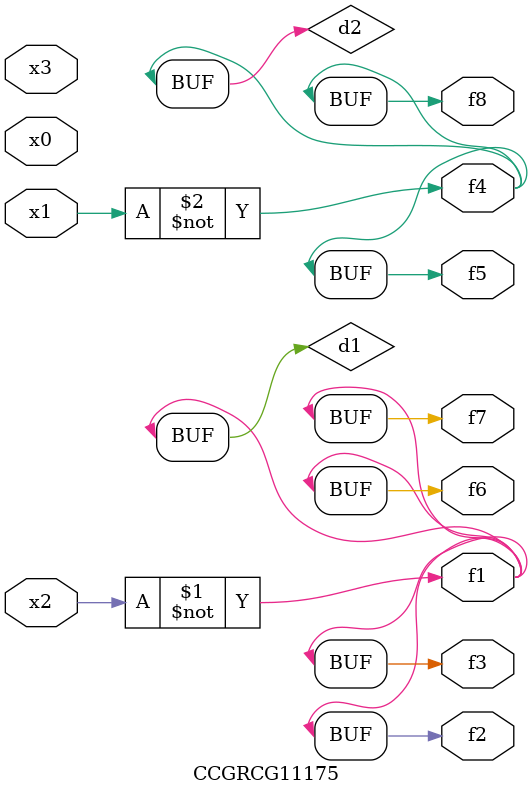
<source format=v>
module CCGRCG11175(
	input x0, x1, x2, x3,
	output f1, f2, f3, f4, f5, f6, f7, f8
);

	wire d1, d2;

	xnor (d1, x2);
	not (d2, x1);
	assign f1 = d1;
	assign f2 = d1;
	assign f3 = d1;
	assign f4 = d2;
	assign f5 = d2;
	assign f6 = d1;
	assign f7 = d1;
	assign f8 = d2;
endmodule

</source>
